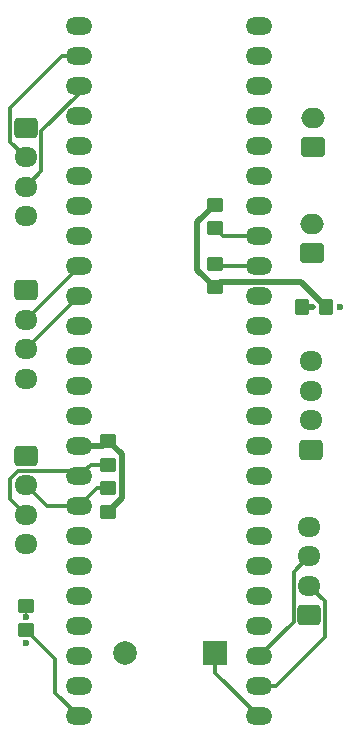
<source format=gbr>
%TF.GenerationSoftware,KiCad,Pcbnew,8.0.8*%
%TF.CreationDate,2025-02-07T05:57:41-05:00*%
%TF.ProjectId,mcu-board,6d63752d-626f-4617-9264-2e6b69636164,rev?*%
%TF.SameCoordinates,Original*%
%TF.FileFunction,Copper,L4,Bot*%
%TF.FilePolarity,Positive*%
%FSLAX46Y46*%
G04 Gerber Fmt 4.6, Leading zero omitted, Abs format (unit mm)*
G04 Created by KiCad (PCBNEW 8.0.8) date 2025-02-07 05:57:41*
%MOMM*%
%LPD*%
G01*
G04 APERTURE LIST*
G04 Aperture macros list*
%AMRoundRect*
0 Rectangle with rounded corners*
0 $1 Rounding radius*
0 $2 $3 $4 $5 $6 $7 $8 $9 X,Y pos of 4 corners*
0 Add a 4 corners polygon primitive as box body*
4,1,4,$2,$3,$4,$5,$6,$7,$8,$9,$2,$3,0*
0 Add four circle primitives for the rounded corners*
1,1,$1+$1,$2,$3*
1,1,$1+$1,$4,$5*
1,1,$1+$1,$6,$7*
1,1,$1+$1,$8,$9*
0 Add four rect primitives between the rounded corners*
20,1,$1+$1,$2,$3,$4,$5,0*
20,1,$1+$1,$4,$5,$6,$7,0*
20,1,$1+$1,$6,$7,$8,$9,0*
20,1,$1+$1,$8,$9,$2,$3,0*%
G04 Aperture macros list end*
%TA.AperFunction,ComponentPad*%
%ADD10RoundRect,0.250000X0.725000X-0.600000X0.725000X0.600000X-0.725000X0.600000X-0.725000X-0.600000X0*%
%TD*%
%TA.AperFunction,ComponentPad*%
%ADD11O,1.950000X1.700000*%
%TD*%
%TA.AperFunction,ComponentPad*%
%ADD12RoundRect,0.250000X0.750000X-0.600000X0.750000X0.600000X-0.750000X0.600000X-0.750000X-0.600000X0*%
%TD*%
%TA.AperFunction,ComponentPad*%
%ADD13O,2.000000X1.700000*%
%TD*%
%TA.AperFunction,ComponentPad*%
%ADD14RoundRect,0.250000X-0.725000X0.600000X-0.725000X-0.600000X0.725000X-0.600000X0.725000X0.600000X0*%
%TD*%
%TA.AperFunction,ComponentPad*%
%ADD15O,2.250000X1.500000*%
%TD*%
%TA.AperFunction,SMDPad,CuDef*%
%ADD16RoundRect,0.250000X-0.450000X0.350000X-0.450000X-0.350000X0.450000X-0.350000X0.450000X0.350000X0*%
%TD*%
%TA.AperFunction,ComponentPad*%
%ADD17R,2.000000X2.000000*%
%TD*%
%TA.AperFunction,ComponentPad*%
%ADD18C,2.000000*%
%TD*%
%TA.AperFunction,SMDPad,CuDef*%
%ADD19RoundRect,0.250000X0.350000X0.450000X-0.350000X0.450000X-0.350000X-0.450000X0.350000X-0.450000X0*%
%TD*%
%TA.AperFunction,ViaPad*%
%ADD20C,0.600000*%
%TD*%
%TA.AperFunction,Conductor*%
%ADD21C,0.300000*%
%TD*%
%TA.AperFunction,Conductor*%
%ADD22C,0.500000*%
%TD*%
%TA.AperFunction,Conductor*%
%ADD23C,0.200000*%
%TD*%
G04 APERTURE END LIST*
D10*
%TO.P,J8,1,Pin_1*%
%TO.N,+3.3V*%
X177000000Y-91750000D03*
D11*
%TO.P,J8,2,Pin_2*%
%TO.N,/RX8*%
X177000000Y-89250000D03*
%TO.P,J8,3,Pin_3*%
%TO.N,/TX8*%
X177000000Y-86750000D03*
%TO.P,J8,4,Pin_4*%
%TO.N,GND*%
X177000000Y-84250000D03*
%TD*%
D12*
%TO.P,J3,1,Pin_1*%
%TO.N,+5V*%
X177250000Y-61125000D03*
D13*
%TO.P,J3,2,Pin_2*%
%TO.N,Net-(J3-Pin_2)*%
X177250000Y-58625000D03*
%TD*%
D10*
%TO.P,J1,1,Pin_1*%
%TO.N,+3.3V*%
X177125000Y-77750000D03*
D11*
%TO.P,J1,2,Pin_2*%
%TO.N,/SDA0*%
X177125000Y-75250000D03*
%TO.P,J1,3,Pin_3*%
%TO.N,/SCL0*%
X177125000Y-72750000D03*
%TO.P,J1,4,Pin_4*%
%TO.N,GND*%
X177125000Y-70250000D03*
%TD*%
D12*
%TO.P,J4,1,Pin_1*%
%TO.N,GND*%
X177325000Y-52125000D03*
D13*
%TO.P,J4,2,Pin_2*%
%TO.N,Net-(J3-Pin_2)*%
X177325000Y-49625000D03*
%TD*%
D14*
%TO.P,J6,1,Pin_1*%
%TO.N,+3.3V*%
X153000000Y-50500000D03*
D11*
%TO.P,J6,2,Pin_2*%
%TO.N,/RX1*%
X153000000Y-53000000D03*
%TO.P,J6,3,Pin_3*%
%TO.N,/TX1*%
X153000000Y-55500000D03*
%TO.P,J6,4,Pin_4*%
%TO.N,GND*%
X153000000Y-58000000D03*
%TD*%
D14*
%TO.P,J2,1,Pin_1*%
%TO.N,+3.3V*%
X153000000Y-78250000D03*
D11*
%TO.P,J2,2,Pin_2*%
%TO.N,/SDA2*%
X153000000Y-80750000D03*
%TO.P,J2,3,Pin_3*%
%TO.N,/SCL2*%
X153000000Y-83250000D03*
%TO.P,J2,4,Pin_4*%
%TO.N,GND*%
X153000000Y-85750000D03*
%TD*%
D14*
%TO.P,J7,1,Pin_1*%
%TO.N,+3.3V*%
X153000000Y-64250000D03*
D11*
%TO.P,J7,2,Pin_2*%
%TO.N,/RX2*%
X153000000Y-66750000D03*
%TO.P,J7,3,Pin_3*%
%TO.N,/TX2*%
X153000000Y-69250000D03*
%TO.P,J7,4,Pin_4*%
%TO.N,GND*%
X153000000Y-71750000D03*
%TD*%
D15*
%TO.P,Teensy4.2,0,GND*%
%TO.N,GND*%
X157480000Y-41910000D03*
%TO.P,Teensy4.2,1,RX1*%
%TO.N,/RX1*%
X157480000Y-44450000D03*
%TO.P,Teensy4.2,2,TX1*%
%TO.N,/TX1*%
X157480000Y-46990000D03*
%TO.P,Teensy4.2,3,PWM*%
%TO.N,unconnected-(Teensy4.2-PWM-Pad3)*%
X157480000Y-49530000D03*
%TO.P,Teensy4.2,4,PWM*%
%TO.N,unconnected-(Teensy4.2-PWM-Pad4)*%
X157480000Y-52070000D03*
%TO.P,Teensy4.2,5,PWM*%
%TO.N,unconnected-(Teensy4.2-PWM-Pad5)*%
X157480000Y-54610000D03*
%TO.P,Teensy4.2,6,PWM*%
%TO.N,unconnected-(Teensy4.2-PWM-Pad6)*%
X157480000Y-57150000D03*
%TO.P,Teensy4.2,7,PWM*%
%TO.N,unconnected-(Teensy4.2-PWM-Pad7)*%
X157480000Y-59690000D03*
%TO.P,Teensy4.2,8,RX2*%
%TO.N,/RX2*%
X157480000Y-62230000D03*
%TO.P,Teensy4.2,9,TX2*%
%TO.N,/TX2*%
X157480000Y-64770000D03*
%TO.P,Teensy4.2,10,PWM*%
%TO.N,unconnected-(Teensy4.2-PWM-Pad10)*%
X157480000Y-67310000D03*
%TO.P,Teensy4.2,11,CS*%
%TO.N,/CS0*%
X157480000Y-69850000D03*
%TO.P,Teensy4.2,12,MOSI*%
%TO.N,/MOSI0*%
X157480000Y-72390000D03*
%TO.P,Teensy4.2,13,MISO*%
%TO.N,/MISO0*%
X157480000Y-74930000D03*
%TO.P,Teensy4.2,14,3.3V*%
%TO.N,+3.3V*%
X157480000Y-77470000D03*
%TO.P,Teensy4.2,15,SCL2*%
%TO.N,/SCL2*%
X157480000Y-80010000D03*
%TO.P,Teensy4.2,16,SDA2*%
%TO.N,/SDA2*%
X157480000Y-82550000D03*
%TO.P,Teensy4.2,17,MOSI1*%
%TO.N,/MOSI1*%
X157480000Y-85090000D03*
%TO.P,Teensy4.2,18,SCK1*%
%TO.N,/SCK1*%
X157480000Y-87630000D03*
%TO.P,Teensy4.2,19,RX7*%
%TO.N,/RX7*%
X157480000Y-90170000D03*
%TO.P,Teensy4.2,20,TX7*%
%TO.N,/TX7*%
X157480000Y-92710000D03*
%TO.P,Teensy4.2,21,GPIO*%
%TO.N,unconnected-(Teensy4.2-GPIO-Pad21)*%
X157480000Y-95250000D03*
%TO.P,Teensy4.2,22,GPIO*%
%TO.N,unconnected-(Teensy4.2-GPIO-Pad22)*%
X157480000Y-97790000D03*
%TO.P,Teensy4.2,23,GPIO*%
%TO.N,Net-(R6-Pad2)*%
X157480000Y-100330000D03*
%TO.P,Teensy4.2,24,PWM*%
%TO.N,Net-(BZ1-+)*%
X172720000Y-100330000D03*
%TO.P,Teensy4.2,25,RX8*%
%TO.N,/RX8*%
X172720000Y-97790000D03*
%TO.P,Teensy4.2,26,TX8*%
%TO.N,/TX8*%
X172720000Y-95250000D03*
%TO.P,Teensy4.2,27,PWM*%
%TO.N,unconnected-(Teensy4.2-PWM-Pad27)*%
X172720000Y-92710000D03*
%TO.P,Teensy4.2,28,PWM*%
%TO.N,unconnected-(Teensy4.2-PWM-Pad28)*%
X172720000Y-90170000D03*
%TO.P,Teensy4.2,29,CS1*%
%TO.N,/CS1*%
X172720000Y-87630000D03*
%TO.P,Teensy4.2,30,MISO*%
%TO.N,/MISO1*%
X172720000Y-85090000D03*
%TO.P,Teensy4.2,31,A16*%
%TO.N,unconnected-(Teensy4.2-A16-Pad31)*%
X172720000Y-82550000D03*
%TO.P,Teensy4.2,32,A17*%
%TO.N,unconnected-(Teensy4.2-A17-Pad32)*%
X172720000Y-80010000D03*
%TO.P,Teensy4.2,33,GND*%
%TO.N,GND*%
X172720000Y-77470000D03*
%TO.P,Teensy4.2,34,SCK*%
%TO.N,N/C*%
X172720000Y-74930000D03*
%TO.P,Teensy4.2,35,A0*%
%TO.N,unconnected-(Teensy4.2-A0-Pad35)*%
X172720000Y-72390000D03*
%TO.P,Teensy4.2,36,A1*%
%TO.N,unconnected-(Teensy4.2-A1-Pad36)*%
X172720000Y-69850000D03*
%TO.P,Teensy4.2,37,A2*%
%TO.N,unconnected-(Teensy4.2-A2-Pad37)*%
X172720000Y-67310000D03*
%TO.P,Teensy4.2,38,A3*%
%TO.N,unconnected-(Teensy4.2-A3-Pad38)*%
X172720000Y-64770000D03*
%TO.P,Teensy4.2,39,SDA*%
%TO.N,/SDA0*%
X172720000Y-62230000D03*
%TO.P,Teensy4.2,40,SCL*%
%TO.N,/SCL0*%
X172720000Y-59690000D03*
%TO.P,Teensy4.2,41,TX5*%
%TO.N,/RX5*%
X172720000Y-57150000D03*
%TO.P,Teensy4.2,42,RX5*%
%TO.N,/TX5*%
X172720000Y-54610000D03*
%TO.P,Teensy4.2,43,PWM*%
%TO.N,unconnected-(Teensy4.2-PWM-Pad43)*%
X172720000Y-52070000D03*
%TO.P,Teensy4.2,44,PWM*%
%TO.N,unconnected-(Teensy4.2-PWM-Pad44)*%
X172720000Y-49530000D03*
%TO.P,Teensy4.2,45,3.3V*%
%TO.N,+3.3V*%
X172720000Y-46990000D03*
%TO.P,Teensy4.2,46,GND*%
%TO.N,GND*%
X172720000Y-44450000D03*
%TO.P,Teensy4.2,47,Vin*%
%TO.N,+5V*%
X172720000Y-41910000D03*
%TD*%
D16*
%TO.P,R1,1*%
%TO.N,/SDA0*%
X169000000Y-62000000D03*
%TO.P,R1,2*%
%TO.N,+3.3V*%
X169000000Y-64000000D03*
%TD*%
%TO.P,R2,1*%
%TO.N,+3.3V*%
X169000000Y-57000000D03*
%TO.P,R2,2*%
%TO.N,/SCL0*%
X169000000Y-59000000D03*
%TD*%
D17*
%TO.P,BZ1,1,+*%
%TO.N,Net-(BZ1-+)*%
X169000000Y-95000000D03*
D18*
%TO.P,BZ1,2,-*%
%TO.N,GND*%
X161399999Y-95000000D03*
%TD*%
D16*
%TO.P,R3,1*%
%TO.N,/SDA2*%
X160000000Y-81000000D03*
%TO.P,R3,2*%
%TO.N,+3.3V*%
X160000000Y-83000000D03*
%TD*%
%TO.P,R4,1*%
%TO.N,+3.3V*%
X160000000Y-77000000D03*
%TO.P,R4,2*%
%TO.N,/SCL2*%
X160000000Y-79000000D03*
%TD*%
D19*
%TO.P,R5,1*%
%TO.N,+3.3V*%
X178375000Y-65625000D03*
%TO.P,R5,2*%
%TO.N,Net-(D1-A)*%
X176375000Y-65625000D03*
%TD*%
D16*
%TO.P,R6,1*%
%TO.N,Net-(D2-A)*%
X153000000Y-91000000D03*
%TO.P,R6,2*%
%TO.N,Net-(R6-Pad2)*%
X153000000Y-93000000D03*
%TD*%
D20*
%TO.N,GND*%
X179562499Y-65625000D03*
X153000000Y-94100000D03*
%TO.N,+3.3V*%
X167500000Y-60500000D03*
%TO.N,Net-(D1-A)*%
X177250000Y-65625000D03*
%TO.N,Net-(D2-A)*%
X153002819Y-91900000D03*
%TD*%
D21*
%TO.N,/SCL0*%
X169690000Y-59690000D02*
X169000000Y-59000000D01*
X172720000Y-59690000D02*
X169690000Y-59690000D01*
%TO.N,/SDA0*%
X172720000Y-62230000D02*
X169230000Y-62230000D01*
X169230000Y-62230000D02*
X169000000Y-62000000D01*
D22*
%TO.N,+3.3V*%
X161150000Y-78150000D02*
X161150000Y-81850000D01*
X167500000Y-60500000D02*
X167500000Y-58500000D01*
X178375000Y-65625000D02*
X176320000Y-63570000D01*
X157480000Y-77470000D02*
X159530000Y-77470000D01*
X169430000Y-63570000D02*
X169000000Y-64000000D01*
X160000000Y-77000000D02*
X161150000Y-78150000D01*
X167500000Y-60500000D02*
X167500000Y-62500000D01*
X167500000Y-58500000D02*
X169000000Y-57000000D01*
X176320000Y-63570000D02*
X169430000Y-63570000D01*
X161150000Y-81850000D02*
X160000000Y-83000000D01*
X159530000Y-77470000D02*
X160000000Y-77000000D01*
X167500000Y-62500000D02*
X169000000Y-64000000D01*
D21*
%TO.N,/SDA2*%
X154800000Y-82550000D02*
X153000000Y-80750000D01*
X157480000Y-82550000D02*
X159030000Y-81000000D01*
X159030000Y-81000000D02*
X160000000Y-81000000D01*
X157480000Y-82550000D02*
X154800000Y-82550000D01*
%TO.N,/SCL2*%
X160000000Y-79000000D02*
X158490000Y-79000000D01*
X151675000Y-80252944D02*
X151675000Y-81925000D01*
X157020000Y-79550000D02*
X152377944Y-79550000D01*
X151675000Y-81925000D02*
X153000000Y-83250000D01*
X157480000Y-80010000D02*
X157020000Y-79550000D01*
X158490000Y-79000000D02*
X157480000Y-80010000D01*
X152377944Y-79550000D02*
X151675000Y-80252944D01*
%TO.N,/TX1*%
X154325000Y-50754365D02*
X154325000Y-54175000D01*
X157480000Y-47599365D02*
X154325000Y-50754365D01*
X157480000Y-46990000D02*
X157480000Y-47599365D01*
X154325000Y-54175000D02*
X153000000Y-55500000D01*
%TO.N,/RX1*%
X151675000Y-51675000D02*
X153000000Y-53000000D01*
X157480000Y-44450000D02*
X156055000Y-44450000D01*
X151675000Y-48830000D02*
X151675000Y-51675000D01*
X156055000Y-44450000D02*
X151675000Y-48830000D01*
%TO.N,/TX2*%
X157480000Y-64770000D02*
X153000000Y-69250000D01*
%TO.N,/RX2*%
X157480000Y-62270000D02*
X153000000Y-66750000D01*
X157480000Y-62230000D02*
X157480000Y-62270000D01*
%TO.N,/TX8*%
X175675000Y-92295000D02*
X175675000Y-88075000D01*
X175675000Y-88075000D02*
X177000000Y-86750000D01*
X172720000Y-95250000D02*
X175675000Y-92295000D01*
%TO.N,/RX8*%
X174145000Y-97790000D02*
X178325000Y-93610000D01*
X178325000Y-93610000D02*
X178325000Y-90575000D01*
X172720000Y-97790000D02*
X174145000Y-97790000D01*
X178325000Y-90575000D02*
X177000000Y-89250000D01*
%TO.N,Net-(D1-A)*%
X176462498Y-65625000D02*
X177362498Y-65625000D01*
D23*
%TO.N,Net-(D2-A)*%
X153000000Y-91897181D02*
X153000000Y-91000000D01*
X153002819Y-91900000D02*
X153000000Y-91897181D01*
D21*
%TO.N,Net-(BZ1-+)*%
X169000000Y-96610000D02*
X169000000Y-95000000D01*
X172720000Y-100330000D02*
X169000000Y-96610000D01*
%TO.N,Net-(R6-Pad2)*%
X155500000Y-95500000D02*
X155500000Y-98350000D01*
X153000000Y-93000000D02*
X155500000Y-95500000D01*
X155500000Y-98350000D02*
X157480000Y-100330000D01*
%TD*%
M02*

</source>
